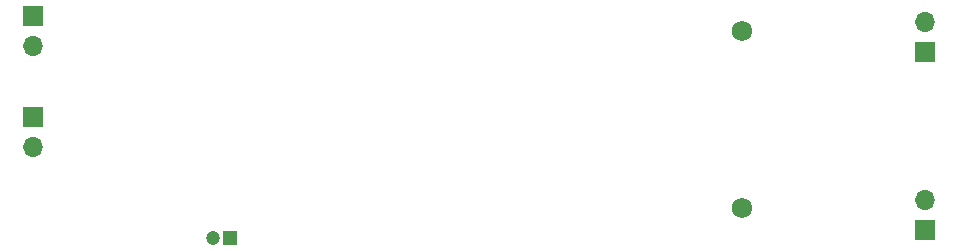
<source format=gbr>
%TF.GenerationSoftware,KiCad,Pcbnew,8.0.2*%
%TF.CreationDate,2024-12-11T18:03:45+01:00*%
%TF.ProjectId,Przetwornica_4_to_400,50727a65-7477-46f7-926e-6963615f345f,rev?*%
%TF.SameCoordinates,Original*%
%TF.FileFunction,Soldermask,Bot*%
%TF.FilePolarity,Negative*%
%FSLAX46Y46*%
G04 Gerber Fmt 4.6, Leading zero omitted, Abs format (unit mm)*
G04 Created by KiCad (PCBNEW 8.0.2) date 2024-12-11 18:03:45*
%MOMM*%
%LPD*%
G01*
G04 APERTURE LIST*
%ADD10R,1.700000X1.700000*%
%ADD11O,1.700000X1.700000*%
%ADD12C,1.725000*%
%ADD13R,1.200000X1.200000*%
%ADD14C,1.200000*%
G04 APERTURE END LIST*
D10*
%TO.C,J2*%
X132000000Y-67290000D03*
D11*
X132000000Y-64750000D03*
%TD*%
D10*
%TO.C,J3*%
X56500000Y-49225000D03*
D11*
X56500000Y-51765000D03*
%TD*%
D12*
%TO.C,C1*%
X116500000Y-65500000D03*
X116500000Y-50500000D03*
%TD*%
D10*
%TO.C,J1*%
X132000000Y-52275000D03*
D11*
X132000000Y-49735000D03*
%TD*%
D13*
%TO.C,C2*%
X73222600Y-68000000D03*
D14*
X71722600Y-68000000D03*
%TD*%
D10*
%TO.C,J5*%
X56500000Y-57725000D03*
D11*
X56500000Y-60265000D03*
%TD*%
M02*

</source>
